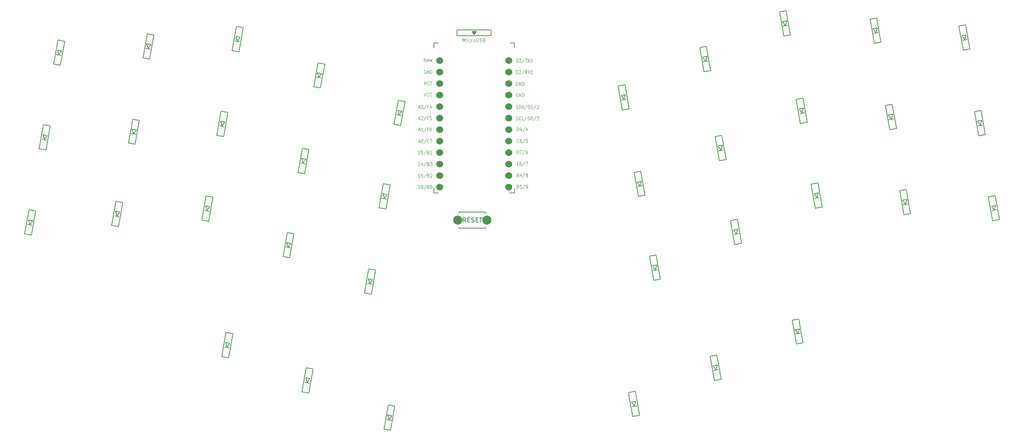
<source format=gbr>
%TF.GenerationSoftware,KiCad,Pcbnew,7.0.2*%
%TF.CreationDate,2023-05-13T02:55:16+09:00*%
%TF.ProjectId,ver1,76657231-2e6b-4696-9361-645f70636258,rev?*%
%TF.SameCoordinates,Original*%
%TF.FileFunction,Legend,Top*%
%TF.FilePolarity,Positive*%
%FSLAX46Y46*%
G04 Gerber Fmt 4.6, Leading zero omitted, Abs format (unit mm)*
G04 Created by KiCad (PCBNEW 7.0.2) date 2023-05-13 02:55:16*
%MOMM*%
%LPD*%
G01*
G04 APERTURE LIST*
%ADD10C,0.150000*%
%ADD11C,0.125000*%
%ADD12C,0.120000*%
%ADD13C,2.000000*%
%ADD14C,1.524000*%
G04 APERTURE END LIST*
D10*
%TO.C,SW37*%
X136647618Y-95662619D02*
X136314285Y-95186428D01*
X136076190Y-95662619D02*
X136076190Y-94662619D01*
X136076190Y-94662619D02*
X136457142Y-94662619D01*
X136457142Y-94662619D02*
X136552380Y-94710238D01*
X136552380Y-94710238D02*
X136599999Y-94757857D01*
X136599999Y-94757857D02*
X136647618Y-94853095D01*
X136647618Y-94853095D02*
X136647618Y-94995952D01*
X136647618Y-94995952D02*
X136599999Y-95091190D01*
X136599999Y-95091190D02*
X136552380Y-95138809D01*
X136552380Y-95138809D02*
X136457142Y-95186428D01*
X136457142Y-95186428D02*
X136076190Y-95186428D01*
X137076190Y-95138809D02*
X137409523Y-95138809D01*
X137552380Y-95662619D02*
X137076190Y-95662619D01*
X137076190Y-95662619D02*
X137076190Y-94662619D01*
X137076190Y-94662619D02*
X137552380Y-94662619D01*
X137933333Y-95615000D02*
X138076190Y-95662619D01*
X138076190Y-95662619D02*
X138314285Y-95662619D01*
X138314285Y-95662619D02*
X138409523Y-95615000D01*
X138409523Y-95615000D02*
X138457142Y-95567380D01*
X138457142Y-95567380D02*
X138504761Y-95472142D01*
X138504761Y-95472142D02*
X138504761Y-95376904D01*
X138504761Y-95376904D02*
X138457142Y-95281666D01*
X138457142Y-95281666D02*
X138409523Y-95234047D01*
X138409523Y-95234047D02*
X138314285Y-95186428D01*
X138314285Y-95186428D02*
X138123809Y-95138809D01*
X138123809Y-95138809D02*
X138028571Y-95091190D01*
X138028571Y-95091190D02*
X137980952Y-95043571D01*
X137980952Y-95043571D02*
X137933333Y-94948333D01*
X137933333Y-94948333D02*
X137933333Y-94853095D01*
X137933333Y-94853095D02*
X137980952Y-94757857D01*
X137980952Y-94757857D02*
X138028571Y-94710238D01*
X138028571Y-94710238D02*
X138123809Y-94662619D01*
X138123809Y-94662619D02*
X138361904Y-94662619D01*
X138361904Y-94662619D02*
X138504761Y-94710238D01*
X138933333Y-95138809D02*
X139266666Y-95138809D01*
X139409523Y-95662619D02*
X138933333Y-95662619D01*
X138933333Y-95662619D02*
X138933333Y-94662619D01*
X138933333Y-94662619D02*
X139409523Y-94662619D01*
X139695238Y-94662619D02*
X140266666Y-94662619D01*
X139980952Y-95662619D02*
X139980952Y-94662619D01*
D11*
%TO.C,U1*%
X126219286Y-77857678D02*
X126538333Y-77857678D01*
X126155476Y-78071964D02*
X126378809Y-77321964D01*
X126378809Y-77321964D02*
X126602143Y-78071964D01*
X126953095Y-77321964D02*
X127016905Y-77321964D01*
X127016905Y-77321964D02*
X127080714Y-77357678D01*
X127080714Y-77357678D02*
X127112619Y-77393392D01*
X127112619Y-77393392D02*
X127144524Y-77464821D01*
X127144524Y-77464821D02*
X127176429Y-77607678D01*
X127176429Y-77607678D02*
X127176429Y-77786250D01*
X127176429Y-77786250D02*
X127144524Y-77929107D01*
X127144524Y-77929107D02*
X127112619Y-78000535D01*
X127112619Y-78000535D02*
X127080714Y-78036250D01*
X127080714Y-78036250D02*
X127016905Y-78071964D01*
X127016905Y-78071964D02*
X126953095Y-78071964D01*
X126953095Y-78071964D02*
X126889286Y-78036250D01*
X126889286Y-78036250D02*
X126857381Y-78000535D01*
X126857381Y-78000535D02*
X126825476Y-77929107D01*
X126825476Y-77929107D02*
X126793572Y-77786250D01*
X126793572Y-77786250D02*
X126793572Y-77607678D01*
X126793572Y-77607678D02*
X126825476Y-77464821D01*
X126825476Y-77464821D02*
X126857381Y-77393392D01*
X126857381Y-77393392D02*
X126889286Y-77357678D01*
X126889286Y-77357678D02*
X126953095Y-77321964D01*
X127942143Y-77286250D02*
X127367857Y-78250535D01*
X128388810Y-77679107D02*
X128165476Y-77679107D01*
X128165476Y-78071964D02*
X128165476Y-77321964D01*
X128165476Y-77321964D02*
X128484524Y-77321964D01*
X128675953Y-77321964D02*
X129122619Y-77321964D01*
X129122619Y-77321964D02*
X128835477Y-78071964D01*
X147766429Y-70536250D02*
X147862143Y-70571964D01*
X147862143Y-70571964D02*
X148021667Y-70571964D01*
X148021667Y-70571964D02*
X148085476Y-70536250D01*
X148085476Y-70536250D02*
X148117381Y-70500535D01*
X148117381Y-70500535D02*
X148149286Y-70429107D01*
X148149286Y-70429107D02*
X148149286Y-70357678D01*
X148149286Y-70357678D02*
X148117381Y-70286250D01*
X148117381Y-70286250D02*
X148085476Y-70250535D01*
X148085476Y-70250535D02*
X148021667Y-70214821D01*
X148021667Y-70214821D02*
X147894048Y-70179107D01*
X147894048Y-70179107D02*
X147830238Y-70143392D01*
X147830238Y-70143392D02*
X147798333Y-70107678D01*
X147798333Y-70107678D02*
X147766429Y-70036250D01*
X147766429Y-70036250D02*
X147766429Y-69964821D01*
X147766429Y-69964821D02*
X147798333Y-69893392D01*
X147798333Y-69893392D02*
X147830238Y-69857678D01*
X147830238Y-69857678D02*
X147894048Y-69821964D01*
X147894048Y-69821964D02*
X148053571Y-69821964D01*
X148053571Y-69821964D02*
X148149286Y-69857678D01*
X148436428Y-70571964D02*
X148436428Y-69821964D01*
X148436428Y-69821964D02*
X148595952Y-69821964D01*
X148595952Y-69821964D02*
X148691666Y-69857678D01*
X148691666Y-69857678D02*
X148755476Y-69929107D01*
X148755476Y-69929107D02*
X148787381Y-70000535D01*
X148787381Y-70000535D02*
X148819285Y-70143392D01*
X148819285Y-70143392D02*
X148819285Y-70250535D01*
X148819285Y-70250535D02*
X148787381Y-70393392D01*
X148787381Y-70393392D02*
X148755476Y-70464821D01*
X148755476Y-70464821D02*
X148691666Y-70536250D01*
X148691666Y-70536250D02*
X148595952Y-70571964D01*
X148595952Y-70571964D02*
X148436428Y-70571964D01*
X149074524Y-70357678D02*
X149393571Y-70357678D01*
X149010714Y-70571964D02*
X149234047Y-69821964D01*
X149234047Y-69821964D02*
X149457381Y-70571964D01*
X150159286Y-69786250D02*
X149585000Y-70750535D01*
X150382619Y-70571964D02*
X150382619Y-69821964D01*
X150382619Y-69821964D02*
X150542143Y-69821964D01*
X150542143Y-69821964D02*
X150637857Y-69857678D01*
X150637857Y-69857678D02*
X150701667Y-69929107D01*
X150701667Y-69929107D02*
X150733572Y-70000535D01*
X150733572Y-70000535D02*
X150765476Y-70143392D01*
X150765476Y-70143392D02*
X150765476Y-70250535D01*
X150765476Y-70250535D02*
X150733572Y-70393392D01*
X150733572Y-70393392D02*
X150701667Y-70464821D01*
X150701667Y-70464821D02*
X150637857Y-70536250D01*
X150637857Y-70536250D02*
X150542143Y-70571964D01*
X150542143Y-70571964D02*
X150382619Y-70571964D01*
X151403572Y-70571964D02*
X151020715Y-70571964D01*
X151212143Y-70571964D02*
X151212143Y-69821964D01*
X151212143Y-69821964D02*
X151148334Y-69929107D01*
X151148334Y-69929107D02*
X151084524Y-70000535D01*
X151084524Y-70000535D02*
X151020715Y-70036250D01*
X152169286Y-69786250D02*
X151595000Y-70750535D01*
X152360715Y-69893392D02*
X152392619Y-69857678D01*
X152392619Y-69857678D02*
X152456429Y-69821964D01*
X152456429Y-69821964D02*
X152615953Y-69821964D01*
X152615953Y-69821964D02*
X152679762Y-69857678D01*
X152679762Y-69857678D02*
X152711667Y-69893392D01*
X152711667Y-69893392D02*
X152743572Y-69964821D01*
X152743572Y-69964821D02*
X152743572Y-70036250D01*
X152743572Y-70036250D02*
X152711667Y-70143392D01*
X152711667Y-70143392D02*
X152328810Y-70571964D01*
X152328810Y-70571964D02*
X152743572Y-70571964D01*
X126522381Y-85721964D02*
X126139524Y-85721964D01*
X126330952Y-85721964D02*
X126330952Y-84971964D01*
X126330952Y-84971964D02*
X126267143Y-85079107D01*
X126267143Y-85079107D02*
X126203333Y-85150535D01*
X126203333Y-85150535D02*
X126139524Y-85186250D01*
X127096666Y-84971964D02*
X126969047Y-84971964D01*
X126969047Y-84971964D02*
X126905238Y-85007678D01*
X126905238Y-85007678D02*
X126873333Y-85043392D01*
X126873333Y-85043392D02*
X126809523Y-85150535D01*
X126809523Y-85150535D02*
X126777619Y-85293392D01*
X126777619Y-85293392D02*
X126777619Y-85579107D01*
X126777619Y-85579107D02*
X126809523Y-85650535D01*
X126809523Y-85650535D02*
X126841428Y-85686250D01*
X126841428Y-85686250D02*
X126905238Y-85721964D01*
X126905238Y-85721964D02*
X127032857Y-85721964D01*
X127032857Y-85721964D02*
X127096666Y-85686250D01*
X127096666Y-85686250D02*
X127128571Y-85650535D01*
X127128571Y-85650535D02*
X127160476Y-85579107D01*
X127160476Y-85579107D02*
X127160476Y-85400535D01*
X127160476Y-85400535D02*
X127128571Y-85329107D01*
X127128571Y-85329107D02*
X127096666Y-85293392D01*
X127096666Y-85293392D02*
X127032857Y-85257678D01*
X127032857Y-85257678D02*
X126905238Y-85257678D01*
X126905238Y-85257678D02*
X126841428Y-85293392D01*
X126841428Y-85293392D02*
X126809523Y-85329107D01*
X126809523Y-85329107D02*
X126777619Y-85400535D01*
X127926190Y-84936250D02*
X127351904Y-85900535D01*
X128372857Y-85329107D02*
X128468571Y-85364821D01*
X128468571Y-85364821D02*
X128500476Y-85400535D01*
X128500476Y-85400535D02*
X128532380Y-85471964D01*
X128532380Y-85471964D02*
X128532380Y-85579107D01*
X128532380Y-85579107D02*
X128500476Y-85650535D01*
X128500476Y-85650535D02*
X128468571Y-85686250D01*
X128468571Y-85686250D02*
X128404761Y-85721964D01*
X128404761Y-85721964D02*
X128149523Y-85721964D01*
X128149523Y-85721964D02*
X128149523Y-84971964D01*
X128149523Y-84971964D02*
X128372857Y-84971964D01*
X128372857Y-84971964D02*
X128436666Y-85007678D01*
X128436666Y-85007678D02*
X128468571Y-85043392D01*
X128468571Y-85043392D02*
X128500476Y-85114821D01*
X128500476Y-85114821D02*
X128500476Y-85186250D01*
X128500476Y-85186250D02*
X128468571Y-85257678D01*
X128468571Y-85257678D02*
X128436666Y-85293392D01*
X128436666Y-85293392D02*
X128372857Y-85329107D01*
X128372857Y-85329107D02*
X128149523Y-85329107D01*
X128787619Y-85043392D02*
X128819523Y-85007678D01*
X128819523Y-85007678D02*
X128883333Y-84971964D01*
X128883333Y-84971964D02*
X129042857Y-84971964D01*
X129042857Y-84971964D02*
X129106666Y-85007678D01*
X129106666Y-85007678D02*
X129138571Y-85043392D01*
X129138571Y-85043392D02*
X129170476Y-85114821D01*
X129170476Y-85114821D02*
X129170476Y-85186250D01*
X129170476Y-85186250D02*
X129138571Y-85293392D01*
X129138571Y-85293392D02*
X128755714Y-85721964D01*
X128755714Y-85721964D02*
X129170476Y-85721964D01*
X126522381Y-80621964D02*
X126139524Y-80621964D01*
X126330952Y-80621964D02*
X126330952Y-79871964D01*
X126330952Y-79871964D02*
X126267143Y-79979107D01*
X126267143Y-79979107D02*
X126203333Y-80050535D01*
X126203333Y-80050535D02*
X126139524Y-80086250D01*
X127128571Y-79871964D02*
X126809523Y-79871964D01*
X126809523Y-79871964D02*
X126777619Y-80229107D01*
X126777619Y-80229107D02*
X126809523Y-80193392D01*
X126809523Y-80193392D02*
X126873333Y-80157678D01*
X126873333Y-80157678D02*
X127032857Y-80157678D01*
X127032857Y-80157678D02*
X127096666Y-80193392D01*
X127096666Y-80193392D02*
X127128571Y-80229107D01*
X127128571Y-80229107D02*
X127160476Y-80300535D01*
X127160476Y-80300535D02*
X127160476Y-80479107D01*
X127160476Y-80479107D02*
X127128571Y-80550535D01*
X127128571Y-80550535D02*
X127096666Y-80586250D01*
X127096666Y-80586250D02*
X127032857Y-80621964D01*
X127032857Y-80621964D02*
X126873333Y-80621964D01*
X126873333Y-80621964D02*
X126809523Y-80586250D01*
X126809523Y-80586250D02*
X126777619Y-80550535D01*
X127926190Y-79836250D02*
X127351904Y-80800535D01*
X128372857Y-80229107D02*
X128468571Y-80264821D01*
X128468571Y-80264821D02*
X128500476Y-80300535D01*
X128500476Y-80300535D02*
X128532380Y-80371964D01*
X128532380Y-80371964D02*
X128532380Y-80479107D01*
X128532380Y-80479107D02*
X128500476Y-80550535D01*
X128500476Y-80550535D02*
X128468571Y-80586250D01*
X128468571Y-80586250D02*
X128404761Y-80621964D01*
X128404761Y-80621964D02*
X128149523Y-80621964D01*
X128149523Y-80621964D02*
X128149523Y-79871964D01*
X128149523Y-79871964D02*
X128372857Y-79871964D01*
X128372857Y-79871964D02*
X128436666Y-79907678D01*
X128436666Y-79907678D02*
X128468571Y-79943392D01*
X128468571Y-79943392D02*
X128500476Y-80014821D01*
X128500476Y-80014821D02*
X128500476Y-80086250D01*
X128500476Y-80086250D02*
X128468571Y-80157678D01*
X128468571Y-80157678D02*
X128436666Y-80193392D01*
X128436666Y-80193392D02*
X128372857Y-80229107D01*
X128372857Y-80229107D02*
X128149523Y-80229107D01*
X129170476Y-80621964D02*
X128787619Y-80621964D01*
X128979047Y-80621964D02*
X128979047Y-79871964D01*
X128979047Y-79871964D02*
X128915238Y-79979107D01*
X128915238Y-79979107D02*
X128851428Y-80050535D01*
X128851428Y-80050535D02*
X128787619Y-80086250D01*
X147940476Y-80571964D02*
X147940476Y-79821964D01*
X147940476Y-79821964D02*
X148100000Y-79821964D01*
X148100000Y-79821964D02*
X148195714Y-79857678D01*
X148195714Y-79857678D02*
X148259524Y-79929107D01*
X148259524Y-79929107D02*
X148291429Y-80000535D01*
X148291429Y-80000535D02*
X148323333Y-80143392D01*
X148323333Y-80143392D02*
X148323333Y-80250535D01*
X148323333Y-80250535D02*
X148291429Y-80393392D01*
X148291429Y-80393392D02*
X148259524Y-80464821D01*
X148259524Y-80464821D02*
X148195714Y-80536250D01*
X148195714Y-80536250D02*
X148100000Y-80571964D01*
X148100000Y-80571964D02*
X147940476Y-80571964D01*
X148546667Y-79821964D02*
X148993333Y-79821964D01*
X148993333Y-79821964D02*
X148706191Y-80571964D01*
X149727143Y-79786250D02*
X149152857Y-80750535D01*
X150237619Y-79821964D02*
X150110000Y-79821964D01*
X150110000Y-79821964D02*
X150046191Y-79857678D01*
X150046191Y-79857678D02*
X150014286Y-79893392D01*
X150014286Y-79893392D02*
X149950476Y-80000535D01*
X149950476Y-80000535D02*
X149918572Y-80143392D01*
X149918572Y-80143392D02*
X149918572Y-80429107D01*
X149918572Y-80429107D02*
X149950476Y-80500535D01*
X149950476Y-80500535D02*
X149982381Y-80536250D01*
X149982381Y-80536250D02*
X150046191Y-80571964D01*
X150046191Y-80571964D02*
X150173810Y-80571964D01*
X150173810Y-80571964D02*
X150237619Y-80536250D01*
X150237619Y-80536250D02*
X150269524Y-80500535D01*
X150269524Y-80500535D02*
X150301429Y-80429107D01*
X150301429Y-80429107D02*
X150301429Y-80250535D01*
X150301429Y-80250535D02*
X150269524Y-80179107D01*
X150269524Y-80179107D02*
X150237619Y-80143392D01*
X150237619Y-80143392D02*
X150173810Y-80107678D01*
X150173810Y-80107678D02*
X150046191Y-80107678D01*
X150046191Y-80107678D02*
X149982381Y-80143392D01*
X149982381Y-80143392D02*
X149950476Y-80179107D01*
X149950476Y-80179107D02*
X149918572Y-80250535D01*
X147972381Y-82729107D02*
X148195715Y-82729107D01*
X148291429Y-83121964D02*
X147972381Y-83121964D01*
X147972381Y-83121964D02*
X147972381Y-82371964D01*
X147972381Y-82371964D02*
X148291429Y-82371964D01*
X148865714Y-82371964D02*
X148738095Y-82371964D01*
X148738095Y-82371964D02*
X148674286Y-82407678D01*
X148674286Y-82407678D02*
X148642381Y-82443392D01*
X148642381Y-82443392D02*
X148578571Y-82550535D01*
X148578571Y-82550535D02*
X148546667Y-82693392D01*
X148546667Y-82693392D02*
X148546667Y-82979107D01*
X148546667Y-82979107D02*
X148578571Y-83050535D01*
X148578571Y-83050535D02*
X148610476Y-83086250D01*
X148610476Y-83086250D02*
X148674286Y-83121964D01*
X148674286Y-83121964D02*
X148801905Y-83121964D01*
X148801905Y-83121964D02*
X148865714Y-83086250D01*
X148865714Y-83086250D02*
X148897619Y-83050535D01*
X148897619Y-83050535D02*
X148929524Y-82979107D01*
X148929524Y-82979107D02*
X148929524Y-82800535D01*
X148929524Y-82800535D02*
X148897619Y-82729107D01*
X148897619Y-82729107D02*
X148865714Y-82693392D01*
X148865714Y-82693392D02*
X148801905Y-82657678D01*
X148801905Y-82657678D02*
X148674286Y-82657678D01*
X148674286Y-82657678D02*
X148610476Y-82693392D01*
X148610476Y-82693392D02*
X148578571Y-82729107D01*
X148578571Y-82729107D02*
X148546667Y-82800535D01*
X149695238Y-82336250D02*
X149120952Y-83300535D01*
X149854762Y-82371964D02*
X150301428Y-82371964D01*
X150301428Y-82371964D02*
X150014286Y-83121964D01*
X127842380Y-60271964D02*
X127619047Y-59914821D01*
X127459523Y-60271964D02*
X127459523Y-59521964D01*
X127459523Y-59521964D02*
X127714761Y-59521964D01*
X127714761Y-59521964D02*
X127778571Y-59557678D01*
X127778571Y-59557678D02*
X127810476Y-59593392D01*
X127810476Y-59593392D02*
X127842380Y-59664821D01*
X127842380Y-59664821D02*
X127842380Y-59771964D01*
X127842380Y-59771964D02*
X127810476Y-59843392D01*
X127810476Y-59843392D02*
X127778571Y-59879107D01*
X127778571Y-59879107D02*
X127714761Y-59914821D01*
X127714761Y-59914821D02*
X127459523Y-59914821D01*
X128097619Y-60057678D02*
X128416666Y-60057678D01*
X128033809Y-60271964D02*
X128257142Y-59521964D01*
X128257142Y-59521964D02*
X128480476Y-60271964D01*
X128640000Y-59521964D02*
X128799524Y-60271964D01*
X128799524Y-60271964D02*
X128927143Y-59736250D01*
X128927143Y-59736250D02*
X129054762Y-60271964D01*
X129054762Y-60271964D02*
X129214286Y-59521964D01*
X147736428Y-62871964D02*
X147736428Y-62121964D01*
X147736428Y-62121964D02*
X147895952Y-62121964D01*
X147895952Y-62121964D02*
X147991666Y-62157678D01*
X147991666Y-62157678D02*
X148055476Y-62229107D01*
X148055476Y-62229107D02*
X148087381Y-62300535D01*
X148087381Y-62300535D02*
X148119285Y-62443392D01*
X148119285Y-62443392D02*
X148119285Y-62550535D01*
X148119285Y-62550535D02*
X148087381Y-62693392D01*
X148087381Y-62693392D02*
X148055476Y-62764821D01*
X148055476Y-62764821D02*
X147991666Y-62836250D01*
X147991666Y-62836250D02*
X147895952Y-62871964D01*
X147895952Y-62871964D02*
X147736428Y-62871964D01*
X148374524Y-62193392D02*
X148406428Y-62157678D01*
X148406428Y-62157678D02*
X148470238Y-62121964D01*
X148470238Y-62121964D02*
X148629762Y-62121964D01*
X148629762Y-62121964D02*
X148693571Y-62157678D01*
X148693571Y-62157678D02*
X148725476Y-62193392D01*
X148725476Y-62193392D02*
X148757381Y-62264821D01*
X148757381Y-62264821D02*
X148757381Y-62336250D01*
X148757381Y-62336250D02*
X148725476Y-62443392D01*
X148725476Y-62443392D02*
X148342619Y-62871964D01*
X148342619Y-62871964D02*
X148757381Y-62871964D01*
X149523095Y-62086250D02*
X148948809Y-63050535D01*
X150129285Y-62871964D02*
X149905952Y-62514821D01*
X149746428Y-62871964D02*
X149746428Y-62121964D01*
X149746428Y-62121964D02*
X150001666Y-62121964D01*
X150001666Y-62121964D02*
X150065476Y-62157678D01*
X150065476Y-62157678D02*
X150097381Y-62193392D01*
X150097381Y-62193392D02*
X150129285Y-62264821D01*
X150129285Y-62264821D02*
X150129285Y-62371964D01*
X150129285Y-62371964D02*
X150097381Y-62443392D01*
X150097381Y-62443392D02*
X150065476Y-62479107D01*
X150065476Y-62479107D02*
X150001666Y-62514821D01*
X150001666Y-62514821D02*
X149746428Y-62514821D01*
X150352619Y-62121964D02*
X150799285Y-62871964D01*
X150799285Y-62121964D02*
X150352619Y-62871964D01*
X151405476Y-62871964D02*
X151022619Y-62871964D01*
X151214047Y-62871964D02*
X151214047Y-62121964D01*
X151214047Y-62121964D02*
X151150238Y-62229107D01*
X151150238Y-62229107D02*
X151086428Y-62300535D01*
X151086428Y-62300535D02*
X151022619Y-62336250D01*
X148094524Y-67207678D02*
X148030714Y-67171964D01*
X148030714Y-67171964D02*
X147935000Y-67171964D01*
X147935000Y-67171964D02*
X147839286Y-67207678D01*
X147839286Y-67207678D02*
X147775476Y-67279107D01*
X147775476Y-67279107D02*
X147743571Y-67350535D01*
X147743571Y-67350535D02*
X147711667Y-67493392D01*
X147711667Y-67493392D02*
X147711667Y-67600535D01*
X147711667Y-67600535D02*
X147743571Y-67743392D01*
X147743571Y-67743392D02*
X147775476Y-67814821D01*
X147775476Y-67814821D02*
X147839286Y-67886250D01*
X147839286Y-67886250D02*
X147935000Y-67921964D01*
X147935000Y-67921964D02*
X147998809Y-67921964D01*
X147998809Y-67921964D02*
X148094524Y-67886250D01*
X148094524Y-67886250D02*
X148126428Y-67850535D01*
X148126428Y-67850535D02*
X148126428Y-67600535D01*
X148126428Y-67600535D02*
X147998809Y-67600535D01*
X148413571Y-67921964D02*
X148413571Y-67171964D01*
X148413571Y-67171964D02*
X148796428Y-67921964D01*
X148796428Y-67921964D02*
X148796428Y-67171964D01*
X149115476Y-67921964D02*
X149115476Y-67171964D01*
X149115476Y-67171964D02*
X149275000Y-67171964D01*
X149275000Y-67171964D02*
X149370714Y-67207678D01*
X149370714Y-67207678D02*
X149434524Y-67279107D01*
X149434524Y-67279107D02*
X149466429Y-67350535D01*
X149466429Y-67350535D02*
X149498333Y-67493392D01*
X149498333Y-67493392D02*
X149498333Y-67600535D01*
X149498333Y-67600535D02*
X149466429Y-67743392D01*
X149466429Y-67743392D02*
X149434524Y-67814821D01*
X149434524Y-67814821D02*
X149370714Y-67886250D01*
X149370714Y-67886250D02*
X149275000Y-67921964D01*
X149275000Y-67921964D02*
X149115476Y-67921964D01*
X147782381Y-73036250D02*
X147878095Y-73071964D01*
X147878095Y-73071964D02*
X148037619Y-73071964D01*
X148037619Y-73071964D02*
X148101428Y-73036250D01*
X148101428Y-73036250D02*
X148133333Y-73000535D01*
X148133333Y-73000535D02*
X148165238Y-72929107D01*
X148165238Y-72929107D02*
X148165238Y-72857678D01*
X148165238Y-72857678D02*
X148133333Y-72786250D01*
X148133333Y-72786250D02*
X148101428Y-72750535D01*
X148101428Y-72750535D02*
X148037619Y-72714821D01*
X148037619Y-72714821D02*
X147910000Y-72679107D01*
X147910000Y-72679107D02*
X147846190Y-72643392D01*
X147846190Y-72643392D02*
X147814285Y-72607678D01*
X147814285Y-72607678D02*
X147782381Y-72536250D01*
X147782381Y-72536250D02*
X147782381Y-72464821D01*
X147782381Y-72464821D02*
X147814285Y-72393392D01*
X147814285Y-72393392D02*
X147846190Y-72357678D01*
X147846190Y-72357678D02*
X147910000Y-72321964D01*
X147910000Y-72321964D02*
X148069523Y-72321964D01*
X148069523Y-72321964D02*
X148165238Y-72357678D01*
X148835237Y-73000535D02*
X148803333Y-73036250D01*
X148803333Y-73036250D02*
X148707618Y-73071964D01*
X148707618Y-73071964D02*
X148643809Y-73071964D01*
X148643809Y-73071964D02*
X148548095Y-73036250D01*
X148548095Y-73036250D02*
X148484285Y-72964821D01*
X148484285Y-72964821D02*
X148452380Y-72893392D01*
X148452380Y-72893392D02*
X148420476Y-72750535D01*
X148420476Y-72750535D02*
X148420476Y-72643392D01*
X148420476Y-72643392D02*
X148452380Y-72500535D01*
X148452380Y-72500535D02*
X148484285Y-72429107D01*
X148484285Y-72429107D02*
X148548095Y-72357678D01*
X148548095Y-72357678D02*
X148643809Y-72321964D01*
X148643809Y-72321964D02*
X148707618Y-72321964D01*
X148707618Y-72321964D02*
X148803333Y-72357678D01*
X148803333Y-72357678D02*
X148835237Y-72393392D01*
X149441428Y-73071964D02*
X149122380Y-73071964D01*
X149122380Y-73071964D02*
X149122380Y-72321964D01*
X150143333Y-72286250D02*
X149569047Y-73250535D01*
X150366666Y-73071964D02*
X150366666Y-72321964D01*
X150366666Y-72321964D02*
X150526190Y-72321964D01*
X150526190Y-72321964D02*
X150621904Y-72357678D01*
X150621904Y-72357678D02*
X150685714Y-72429107D01*
X150685714Y-72429107D02*
X150717619Y-72500535D01*
X150717619Y-72500535D02*
X150749523Y-72643392D01*
X150749523Y-72643392D02*
X150749523Y-72750535D01*
X150749523Y-72750535D02*
X150717619Y-72893392D01*
X150717619Y-72893392D02*
X150685714Y-72964821D01*
X150685714Y-72964821D02*
X150621904Y-73036250D01*
X150621904Y-73036250D02*
X150526190Y-73071964D01*
X150526190Y-73071964D02*
X150366666Y-73071964D01*
X151164285Y-72321964D02*
X151228095Y-72321964D01*
X151228095Y-72321964D02*
X151291904Y-72357678D01*
X151291904Y-72357678D02*
X151323809Y-72393392D01*
X151323809Y-72393392D02*
X151355714Y-72464821D01*
X151355714Y-72464821D02*
X151387619Y-72607678D01*
X151387619Y-72607678D02*
X151387619Y-72786250D01*
X151387619Y-72786250D02*
X151355714Y-72929107D01*
X151355714Y-72929107D02*
X151323809Y-73000535D01*
X151323809Y-73000535D02*
X151291904Y-73036250D01*
X151291904Y-73036250D02*
X151228095Y-73071964D01*
X151228095Y-73071964D02*
X151164285Y-73071964D01*
X151164285Y-73071964D02*
X151100476Y-73036250D01*
X151100476Y-73036250D02*
X151068571Y-73000535D01*
X151068571Y-73000535D02*
X151036666Y-72929107D01*
X151036666Y-72929107D02*
X151004762Y-72786250D01*
X151004762Y-72786250D02*
X151004762Y-72607678D01*
X151004762Y-72607678D02*
X151036666Y-72464821D01*
X151036666Y-72464821D02*
X151068571Y-72393392D01*
X151068571Y-72393392D02*
X151100476Y-72357678D01*
X151100476Y-72357678D02*
X151164285Y-72321964D01*
X152153333Y-72286250D02*
X151579047Y-73250535D01*
X152312857Y-72321964D02*
X152727619Y-72321964D01*
X152727619Y-72321964D02*
X152504285Y-72607678D01*
X152504285Y-72607678D02*
X152600000Y-72607678D01*
X152600000Y-72607678D02*
X152663809Y-72643392D01*
X152663809Y-72643392D02*
X152695714Y-72679107D01*
X152695714Y-72679107D02*
X152727619Y-72750535D01*
X152727619Y-72750535D02*
X152727619Y-72929107D01*
X152727619Y-72929107D02*
X152695714Y-73000535D01*
X152695714Y-73000535D02*
X152663809Y-73036250D01*
X152663809Y-73036250D02*
X152600000Y-73071964D01*
X152600000Y-73071964D02*
X152408571Y-73071964D01*
X152408571Y-73071964D02*
X152344762Y-73036250D01*
X152344762Y-73036250D02*
X152312857Y-73000535D01*
X126522381Y-83171964D02*
X126139524Y-83171964D01*
X126330952Y-83171964D02*
X126330952Y-82421964D01*
X126330952Y-82421964D02*
X126267143Y-82529107D01*
X126267143Y-82529107D02*
X126203333Y-82600535D01*
X126203333Y-82600535D02*
X126139524Y-82636250D01*
X127096666Y-82671964D02*
X127096666Y-83171964D01*
X126937142Y-82386250D02*
X126777619Y-82921964D01*
X126777619Y-82921964D02*
X127192380Y-82921964D01*
X127926190Y-82386250D02*
X127351904Y-83350535D01*
X128372857Y-82779107D02*
X128468571Y-82814821D01*
X128468571Y-82814821D02*
X128500476Y-82850535D01*
X128500476Y-82850535D02*
X128532380Y-82921964D01*
X128532380Y-82921964D02*
X128532380Y-83029107D01*
X128532380Y-83029107D02*
X128500476Y-83100535D01*
X128500476Y-83100535D02*
X128468571Y-83136250D01*
X128468571Y-83136250D02*
X128404761Y-83171964D01*
X128404761Y-83171964D02*
X128149523Y-83171964D01*
X128149523Y-83171964D02*
X128149523Y-82421964D01*
X128149523Y-82421964D02*
X128372857Y-82421964D01*
X128372857Y-82421964D02*
X128436666Y-82457678D01*
X128436666Y-82457678D02*
X128468571Y-82493392D01*
X128468571Y-82493392D02*
X128500476Y-82564821D01*
X128500476Y-82564821D02*
X128500476Y-82636250D01*
X128500476Y-82636250D02*
X128468571Y-82707678D01*
X128468571Y-82707678D02*
X128436666Y-82743392D01*
X128436666Y-82743392D02*
X128372857Y-82779107D01*
X128372857Y-82779107D02*
X128149523Y-82779107D01*
X128755714Y-82421964D02*
X129170476Y-82421964D01*
X129170476Y-82421964D02*
X128947142Y-82707678D01*
X128947142Y-82707678D02*
X129042857Y-82707678D01*
X129042857Y-82707678D02*
X129106666Y-82743392D01*
X129106666Y-82743392D02*
X129138571Y-82779107D01*
X129138571Y-82779107D02*
X129170476Y-82850535D01*
X129170476Y-82850535D02*
X129170476Y-83029107D01*
X129170476Y-83029107D02*
X129138571Y-83100535D01*
X129138571Y-83100535D02*
X129106666Y-83136250D01*
X129106666Y-83136250D02*
X129042857Y-83171964D01*
X129042857Y-83171964D02*
X128851428Y-83171964D01*
X128851428Y-83171964D02*
X128787619Y-83136250D01*
X128787619Y-83136250D02*
X128755714Y-83100535D01*
X127938095Y-65371964D02*
X127714762Y-65014821D01*
X127555238Y-65371964D02*
X127555238Y-64621964D01*
X127555238Y-64621964D02*
X127810476Y-64621964D01*
X127810476Y-64621964D02*
X127874286Y-64657678D01*
X127874286Y-64657678D02*
X127906191Y-64693392D01*
X127906191Y-64693392D02*
X127938095Y-64764821D01*
X127938095Y-64764821D02*
X127938095Y-64871964D01*
X127938095Y-64871964D02*
X127906191Y-64943392D01*
X127906191Y-64943392D02*
X127874286Y-64979107D01*
X127874286Y-64979107D02*
X127810476Y-65014821D01*
X127810476Y-65014821D02*
X127555238Y-65014821D01*
X128193334Y-65336250D02*
X128289048Y-65371964D01*
X128289048Y-65371964D02*
X128448572Y-65371964D01*
X128448572Y-65371964D02*
X128512381Y-65336250D01*
X128512381Y-65336250D02*
X128544286Y-65300535D01*
X128544286Y-65300535D02*
X128576191Y-65229107D01*
X128576191Y-65229107D02*
X128576191Y-65157678D01*
X128576191Y-65157678D02*
X128544286Y-65086250D01*
X128544286Y-65086250D02*
X128512381Y-65050535D01*
X128512381Y-65050535D02*
X128448572Y-65014821D01*
X128448572Y-65014821D02*
X128320953Y-64979107D01*
X128320953Y-64979107D02*
X128257143Y-64943392D01*
X128257143Y-64943392D02*
X128225238Y-64907678D01*
X128225238Y-64907678D02*
X128193334Y-64836250D01*
X128193334Y-64836250D02*
X128193334Y-64764821D01*
X128193334Y-64764821D02*
X128225238Y-64693392D01*
X128225238Y-64693392D02*
X128257143Y-64657678D01*
X128257143Y-64657678D02*
X128320953Y-64621964D01*
X128320953Y-64621964D02*
X128480476Y-64621964D01*
X128480476Y-64621964D02*
X128576191Y-64657678D01*
X128767619Y-64621964D02*
X129150476Y-64621964D01*
X128959048Y-65371964D02*
X128959048Y-64621964D01*
X148163810Y-87779107D02*
X148259524Y-87814821D01*
X148259524Y-87814821D02*
X148291429Y-87850535D01*
X148291429Y-87850535D02*
X148323333Y-87921964D01*
X148323333Y-87921964D02*
X148323333Y-88029107D01*
X148323333Y-88029107D02*
X148291429Y-88100535D01*
X148291429Y-88100535D02*
X148259524Y-88136250D01*
X148259524Y-88136250D02*
X148195714Y-88171964D01*
X148195714Y-88171964D02*
X147940476Y-88171964D01*
X147940476Y-88171964D02*
X147940476Y-87421964D01*
X147940476Y-87421964D02*
X148163810Y-87421964D01*
X148163810Y-87421964D02*
X148227619Y-87457678D01*
X148227619Y-87457678D02*
X148259524Y-87493392D01*
X148259524Y-87493392D02*
X148291429Y-87564821D01*
X148291429Y-87564821D02*
X148291429Y-87636250D01*
X148291429Y-87636250D02*
X148259524Y-87707678D01*
X148259524Y-87707678D02*
X148227619Y-87743392D01*
X148227619Y-87743392D02*
X148163810Y-87779107D01*
X148163810Y-87779107D02*
X147940476Y-87779107D01*
X148929524Y-87421964D02*
X148610476Y-87421964D01*
X148610476Y-87421964D02*
X148578572Y-87779107D01*
X148578572Y-87779107D02*
X148610476Y-87743392D01*
X148610476Y-87743392D02*
X148674286Y-87707678D01*
X148674286Y-87707678D02*
X148833810Y-87707678D01*
X148833810Y-87707678D02*
X148897619Y-87743392D01*
X148897619Y-87743392D02*
X148929524Y-87779107D01*
X148929524Y-87779107D02*
X148961429Y-87850535D01*
X148961429Y-87850535D02*
X148961429Y-88029107D01*
X148961429Y-88029107D02*
X148929524Y-88100535D01*
X148929524Y-88100535D02*
X148897619Y-88136250D01*
X148897619Y-88136250D02*
X148833810Y-88171964D01*
X148833810Y-88171964D02*
X148674286Y-88171964D01*
X148674286Y-88171964D02*
X148610476Y-88136250D01*
X148610476Y-88136250D02*
X148578572Y-88100535D01*
X149727143Y-87386250D02*
X149152857Y-88350535D01*
X149982381Y-88171964D02*
X150110000Y-88171964D01*
X150110000Y-88171964D02*
X150173810Y-88136250D01*
X150173810Y-88136250D02*
X150205714Y-88100535D01*
X150205714Y-88100535D02*
X150269524Y-87993392D01*
X150269524Y-87993392D02*
X150301429Y-87850535D01*
X150301429Y-87850535D02*
X150301429Y-87564821D01*
X150301429Y-87564821D02*
X150269524Y-87493392D01*
X150269524Y-87493392D02*
X150237619Y-87457678D01*
X150237619Y-87457678D02*
X150173810Y-87421964D01*
X150173810Y-87421964D02*
X150046191Y-87421964D01*
X150046191Y-87421964D02*
X149982381Y-87457678D01*
X149982381Y-87457678D02*
X149950476Y-87493392D01*
X149950476Y-87493392D02*
X149918572Y-87564821D01*
X149918572Y-87564821D02*
X149918572Y-87743392D01*
X149918572Y-87743392D02*
X149950476Y-87814821D01*
X149950476Y-87814821D02*
X149982381Y-87850535D01*
X149982381Y-87850535D02*
X150046191Y-87886250D01*
X150046191Y-87886250D02*
X150173810Y-87886250D01*
X150173810Y-87886250D02*
X150237619Y-87850535D01*
X150237619Y-87850535D02*
X150269524Y-87814821D01*
X150269524Y-87814821D02*
X150301429Y-87743392D01*
D12*
X136003571Y-55821964D02*
X136003571Y-55071964D01*
X136003571Y-55071964D02*
X136253571Y-55607678D01*
X136253571Y-55607678D02*
X136503571Y-55071964D01*
X136503571Y-55071964D02*
X136503571Y-55821964D01*
X136860714Y-55821964D02*
X136860714Y-55321964D01*
X136860714Y-55071964D02*
X136825000Y-55107678D01*
X136825000Y-55107678D02*
X136860714Y-55143392D01*
X136860714Y-55143392D02*
X136896428Y-55107678D01*
X136896428Y-55107678D02*
X136860714Y-55071964D01*
X136860714Y-55071964D02*
X136860714Y-55143392D01*
X137539286Y-55786250D02*
X137467857Y-55821964D01*
X137467857Y-55821964D02*
X137325000Y-55821964D01*
X137325000Y-55821964D02*
X137253571Y-55786250D01*
X137253571Y-55786250D02*
X137217857Y-55750535D01*
X137217857Y-55750535D02*
X137182143Y-55679107D01*
X137182143Y-55679107D02*
X137182143Y-55464821D01*
X137182143Y-55464821D02*
X137217857Y-55393392D01*
X137217857Y-55393392D02*
X137253571Y-55357678D01*
X137253571Y-55357678D02*
X137325000Y-55321964D01*
X137325000Y-55321964D02*
X137467857Y-55321964D01*
X137467857Y-55321964D02*
X137539286Y-55357678D01*
X137860714Y-55821964D02*
X137860714Y-55321964D01*
X137860714Y-55464821D02*
X137896428Y-55393392D01*
X137896428Y-55393392D02*
X137932143Y-55357678D01*
X137932143Y-55357678D02*
X138003571Y-55321964D01*
X138003571Y-55321964D02*
X138075000Y-55321964D01*
X138432143Y-55821964D02*
X138360714Y-55786250D01*
X138360714Y-55786250D02*
X138325000Y-55750535D01*
X138325000Y-55750535D02*
X138289286Y-55679107D01*
X138289286Y-55679107D02*
X138289286Y-55464821D01*
X138289286Y-55464821D02*
X138325000Y-55393392D01*
X138325000Y-55393392D02*
X138360714Y-55357678D01*
X138360714Y-55357678D02*
X138432143Y-55321964D01*
X138432143Y-55321964D02*
X138539286Y-55321964D01*
X138539286Y-55321964D02*
X138610714Y-55357678D01*
X138610714Y-55357678D02*
X138646429Y-55393392D01*
X138646429Y-55393392D02*
X138682143Y-55464821D01*
X138682143Y-55464821D02*
X138682143Y-55679107D01*
X138682143Y-55679107D02*
X138646429Y-55750535D01*
X138646429Y-55750535D02*
X138610714Y-55786250D01*
X138610714Y-55786250D02*
X138539286Y-55821964D01*
X138539286Y-55821964D02*
X138432143Y-55821964D01*
X139003571Y-55071964D02*
X139003571Y-55679107D01*
X139003571Y-55679107D02*
X139039285Y-55750535D01*
X139039285Y-55750535D02*
X139075000Y-55786250D01*
X139075000Y-55786250D02*
X139146428Y-55821964D01*
X139146428Y-55821964D02*
X139289285Y-55821964D01*
X139289285Y-55821964D02*
X139360714Y-55786250D01*
X139360714Y-55786250D02*
X139396428Y-55750535D01*
X139396428Y-55750535D02*
X139432142Y-55679107D01*
X139432142Y-55679107D02*
X139432142Y-55071964D01*
X139753571Y-55786250D02*
X139860714Y-55821964D01*
X139860714Y-55821964D02*
X140039285Y-55821964D01*
X140039285Y-55821964D02*
X140110714Y-55786250D01*
X140110714Y-55786250D02*
X140146428Y-55750535D01*
X140146428Y-55750535D02*
X140182142Y-55679107D01*
X140182142Y-55679107D02*
X140182142Y-55607678D01*
X140182142Y-55607678D02*
X140146428Y-55536250D01*
X140146428Y-55536250D02*
X140110714Y-55500535D01*
X140110714Y-55500535D02*
X140039285Y-55464821D01*
X140039285Y-55464821D02*
X139896428Y-55429107D01*
X139896428Y-55429107D02*
X139824999Y-55393392D01*
X139824999Y-55393392D02*
X139789285Y-55357678D01*
X139789285Y-55357678D02*
X139753571Y-55286250D01*
X139753571Y-55286250D02*
X139753571Y-55214821D01*
X139753571Y-55214821D02*
X139789285Y-55143392D01*
X139789285Y-55143392D02*
X139824999Y-55107678D01*
X139824999Y-55107678D02*
X139896428Y-55071964D01*
X139896428Y-55071964D02*
X140074999Y-55071964D01*
X140074999Y-55071964D02*
X140182142Y-55107678D01*
X140753571Y-55429107D02*
X140860714Y-55464821D01*
X140860714Y-55464821D02*
X140896428Y-55500535D01*
X140896428Y-55500535D02*
X140932142Y-55571964D01*
X140932142Y-55571964D02*
X140932142Y-55679107D01*
X140932142Y-55679107D02*
X140896428Y-55750535D01*
X140896428Y-55750535D02*
X140860714Y-55786250D01*
X140860714Y-55786250D02*
X140789285Y-55821964D01*
X140789285Y-55821964D02*
X140503571Y-55821964D01*
X140503571Y-55821964D02*
X140503571Y-55071964D01*
X140503571Y-55071964D02*
X140753571Y-55071964D01*
X140753571Y-55071964D02*
X140825000Y-55107678D01*
X140825000Y-55107678D02*
X140860714Y-55143392D01*
X140860714Y-55143392D02*
X140896428Y-55214821D01*
X140896428Y-55214821D02*
X140896428Y-55286250D01*
X140896428Y-55286250D02*
X140860714Y-55357678D01*
X140860714Y-55357678D02*
X140825000Y-55393392D01*
X140825000Y-55393392D02*
X140753571Y-55429107D01*
X140753571Y-55429107D02*
X140503571Y-55429107D01*
D11*
X148094524Y-64757678D02*
X148030714Y-64721964D01*
X148030714Y-64721964D02*
X147935000Y-64721964D01*
X147935000Y-64721964D02*
X147839286Y-64757678D01*
X147839286Y-64757678D02*
X147775476Y-64829107D01*
X147775476Y-64829107D02*
X147743571Y-64900535D01*
X147743571Y-64900535D02*
X147711667Y-65043392D01*
X147711667Y-65043392D02*
X147711667Y-65150535D01*
X147711667Y-65150535D02*
X147743571Y-65293392D01*
X147743571Y-65293392D02*
X147775476Y-65364821D01*
X147775476Y-65364821D02*
X147839286Y-65436250D01*
X147839286Y-65436250D02*
X147935000Y-65471964D01*
X147935000Y-65471964D02*
X147998809Y-65471964D01*
X147998809Y-65471964D02*
X148094524Y-65436250D01*
X148094524Y-65436250D02*
X148126428Y-65400535D01*
X148126428Y-65400535D02*
X148126428Y-65150535D01*
X148126428Y-65150535D02*
X147998809Y-65150535D01*
X148413571Y-65471964D02*
X148413571Y-64721964D01*
X148413571Y-64721964D02*
X148796428Y-65471964D01*
X148796428Y-65471964D02*
X148796428Y-64721964D01*
X149115476Y-65471964D02*
X149115476Y-64721964D01*
X149115476Y-64721964D02*
X149275000Y-64721964D01*
X149275000Y-64721964D02*
X149370714Y-64757678D01*
X149370714Y-64757678D02*
X149434524Y-64829107D01*
X149434524Y-64829107D02*
X149466429Y-64900535D01*
X149466429Y-64900535D02*
X149498333Y-65043392D01*
X149498333Y-65043392D02*
X149498333Y-65150535D01*
X149498333Y-65150535D02*
X149466429Y-65293392D01*
X149466429Y-65293392D02*
X149434524Y-65364821D01*
X149434524Y-65364821D02*
X149370714Y-65436250D01*
X149370714Y-65436250D02*
X149275000Y-65471964D01*
X149275000Y-65471964D02*
X149115476Y-65471964D01*
X126522381Y-88221964D02*
X126139524Y-88221964D01*
X126330952Y-88221964D02*
X126330952Y-87471964D01*
X126330952Y-87471964D02*
X126267143Y-87579107D01*
X126267143Y-87579107D02*
X126203333Y-87650535D01*
X126203333Y-87650535D02*
X126139524Y-87686250D01*
X126937142Y-87471964D02*
X127000952Y-87471964D01*
X127000952Y-87471964D02*
X127064761Y-87507678D01*
X127064761Y-87507678D02*
X127096666Y-87543392D01*
X127096666Y-87543392D02*
X127128571Y-87614821D01*
X127128571Y-87614821D02*
X127160476Y-87757678D01*
X127160476Y-87757678D02*
X127160476Y-87936250D01*
X127160476Y-87936250D02*
X127128571Y-88079107D01*
X127128571Y-88079107D02*
X127096666Y-88150535D01*
X127096666Y-88150535D02*
X127064761Y-88186250D01*
X127064761Y-88186250D02*
X127000952Y-88221964D01*
X127000952Y-88221964D02*
X126937142Y-88221964D01*
X126937142Y-88221964D02*
X126873333Y-88186250D01*
X126873333Y-88186250D02*
X126841428Y-88150535D01*
X126841428Y-88150535D02*
X126809523Y-88079107D01*
X126809523Y-88079107D02*
X126777619Y-87936250D01*
X126777619Y-87936250D02*
X126777619Y-87757678D01*
X126777619Y-87757678D02*
X126809523Y-87614821D01*
X126809523Y-87614821D02*
X126841428Y-87543392D01*
X126841428Y-87543392D02*
X126873333Y-87507678D01*
X126873333Y-87507678D02*
X126937142Y-87471964D01*
X127926190Y-87436250D02*
X127351904Y-88400535D01*
X128372857Y-87829107D02*
X128468571Y-87864821D01*
X128468571Y-87864821D02*
X128500476Y-87900535D01*
X128500476Y-87900535D02*
X128532380Y-87971964D01*
X128532380Y-87971964D02*
X128532380Y-88079107D01*
X128532380Y-88079107D02*
X128500476Y-88150535D01*
X128500476Y-88150535D02*
X128468571Y-88186250D01*
X128468571Y-88186250D02*
X128404761Y-88221964D01*
X128404761Y-88221964D02*
X128149523Y-88221964D01*
X128149523Y-88221964D02*
X128149523Y-87471964D01*
X128149523Y-87471964D02*
X128372857Y-87471964D01*
X128372857Y-87471964D02*
X128436666Y-87507678D01*
X128436666Y-87507678D02*
X128468571Y-87543392D01*
X128468571Y-87543392D02*
X128500476Y-87614821D01*
X128500476Y-87614821D02*
X128500476Y-87686250D01*
X128500476Y-87686250D02*
X128468571Y-87757678D01*
X128468571Y-87757678D02*
X128436666Y-87793392D01*
X128436666Y-87793392D02*
X128372857Y-87829107D01*
X128372857Y-87829107D02*
X128149523Y-87829107D01*
X129106666Y-87471964D02*
X128979047Y-87471964D01*
X128979047Y-87471964D02*
X128915238Y-87507678D01*
X128915238Y-87507678D02*
X128883333Y-87543392D01*
X128883333Y-87543392D02*
X128819523Y-87650535D01*
X128819523Y-87650535D02*
X128787619Y-87793392D01*
X128787619Y-87793392D02*
X128787619Y-88079107D01*
X128787619Y-88079107D02*
X128819523Y-88150535D01*
X128819523Y-88150535D02*
X128851428Y-88186250D01*
X128851428Y-88186250D02*
X128915238Y-88221964D01*
X128915238Y-88221964D02*
X129042857Y-88221964D01*
X129042857Y-88221964D02*
X129106666Y-88186250D01*
X129106666Y-88186250D02*
X129138571Y-88150535D01*
X129138571Y-88150535D02*
X129170476Y-88079107D01*
X129170476Y-88079107D02*
X129170476Y-87900535D01*
X129170476Y-87900535D02*
X129138571Y-87829107D01*
X129138571Y-87829107D02*
X129106666Y-87793392D01*
X129106666Y-87793392D02*
X129042857Y-87757678D01*
X129042857Y-87757678D02*
X128915238Y-87757678D01*
X128915238Y-87757678D02*
X128851428Y-87793392D01*
X128851428Y-87793392D02*
X128819523Y-87829107D01*
X128819523Y-87829107D02*
X128787619Y-87900535D01*
X148163810Y-85279107D02*
X148259524Y-85314821D01*
X148259524Y-85314821D02*
X148291429Y-85350535D01*
X148291429Y-85350535D02*
X148323333Y-85421964D01*
X148323333Y-85421964D02*
X148323333Y-85529107D01*
X148323333Y-85529107D02*
X148291429Y-85600535D01*
X148291429Y-85600535D02*
X148259524Y-85636250D01*
X148259524Y-85636250D02*
X148195714Y-85671964D01*
X148195714Y-85671964D02*
X147940476Y-85671964D01*
X147940476Y-85671964D02*
X147940476Y-84921964D01*
X147940476Y-84921964D02*
X148163810Y-84921964D01*
X148163810Y-84921964D02*
X148227619Y-84957678D01*
X148227619Y-84957678D02*
X148259524Y-84993392D01*
X148259524Y-84993392D02*
X148291429Y-85064821D01*
X148291429Y-85064821D02*
X148291429Y-85136250D01*
X148291429Y-85136250D02*
X148259524Y-85207678D01*
X148259524Y-85207678D02*
X148227619Y-85243392D01*
X148227619Y-85243392D02*
X148163810Y-85279107D01*
X148163810Y-85279107D02*
X147940476Y-85279107D01*
X148897619Y-85171964D02*
X148897619Y-85671964D01*
X148738095Y-84886250D02*
X148578572Y-85421964D01*
X148578572Y-85421964D02*
X148993333Y-85421964D01*
X149727143Y-84886250D02*
X149152857Y-85850535D01*
X150046191Y-85243392D02*
X149982381Y-85207678D01*
X149982381Y-85207678D02*
X149950476Y-85171964D01*
X149950476Y-85171964D02*
X149918572Y-85100535D01*
X149918572Y-85100535D02*
X149918572Y-85064821D01*
X149918572Y-85064821D02*
X149950476Y-84993392D01*
X149950476Y-84993392D02*
X149982381Y-84957678D01*
X149982381Y-84957678D02*
X150046191Y-84921964D01*
X150046191Y-84921964D02*
X150173810Y-84921964D01*
X150173810Y-84921964D02*
X150237619Y-84957678D01*
X150237619Y-84957678D02*
X150269524Y-84993392D01*
X150269524Y-84993392D02*
X150301429Y-85064821D01*
X150301429Y-85064821D02*
X150301429Y-85100535D01*
X150301429Y-85100535D02*
X150269524Y-85171964D01*
X150269524Y-85171964D02*
X150237619Y-85207678D01*
X150237619Y-85207678D02*
X150173810Y-85243392D01*
X150173810Y-85243392D02*
X150046191Y-85243392D01*
X150046191Y-85243392D02*
X149982381Y-85279107D01*
X149982381Y-85279107D02*
X149950476Y-85314821D01*
X149950476Y-85314821D02*
X149918572Y-85386250D01*
X149918572Y-85386250D02*
X149918572Y-85529107D01*
X149918572Y-85529107D02*
X149950476Y-85600535D01*
X149950476Y-85600535D02*
X149982381Y-85636250D01*
X149982381Y-85636250D02*
X150046191Y-85671964D01*
X150046191Y-85671964D02*
X150173810Y-85671964D01*
X150173810Y-85671964D02*
X150237619Y-85636250D01*
X150237619Y-85636250D02*
X150269524Y-85600535D01*
X150269524Y-85600535D02*
X150301429Y-85529107D01*
X150301429Y-85529107D02*
X150301429Y-85386250D01*
X150301429Y-85386250D02*
X150269524Y-85314821D01*
X150269524Y-85314821D02*
X150237619Y-85279107D01*
X150237619Y-85279107D02*
X150173810Y-85243392D01*
X127794524Y-62107678D02*
X127730714Y-62071964D01*
X127730714Y-62071964D02*
X127635000Y-62071964D01*
X127635000Y-62071964D02*
X127539286Y-62107678D01*
X127539286Y-62107678D02*
X127475476Y-62179107D01*
X127475476Y-62179107D02*
X127443571Y-62250535D01*
X127443571Y-62250535D02*
X127411667Y-62393392D01*
X127411667Y-62393392D02*
X127411667Y-62500535D01*
X127411667Y-62500535D02*
X127443571Y-62643392D01*
X127443571Y-62643392D02*
X127475476Y-62714821D01*
X127475476Y-62714821D02*
X127539286Y-62786250D01*
X127539286Y-62786250D02*
X127635000Y-62821964D01*
X127635000Y-62821964D02*
X127698809Y-62821964D01*
X127698809Y-62821964D02*
X127794524Y-62786250D01*
X127794524Y-62786250D02*
X127826428Y-62750535D01*
X127826428Y-62750535D02*
X127826428Y-62500535D01*
X127826428Y-62500535D02*
X127698809Y-62500535D01*
X128113571Y-62821964D02*
X128113571Y-62071964D01*
X128113571Y-62071964D02*
X128496428Y-62821964D01*
X128496428Y-62821964D02*
X128496428Y-62071964D01*
X128815476Y-62821964D02*
X128815476Y-62071964D01*
X128815476Y-62071964D02*
X128975000Y-62071964D01*
X128975000Y-62071964D02*
X129070714Y-62107678D01*
X129070714Y-62107678D02*
X129134524Y-62179107D01*
X129134524Y-62179107D02*
X129166429Y-62250535D01*
X129166429Y-62250535D02*
X129198333Y-62393392D01*
X129198333Y-62393392D02*
X129198333Y-62500535D01*
X129198333Y-62500535D02*
X129166429Y-62643392D01*
X129166429Y-62643392D02*
X129134524Y-62714821D01*
X129134524Y-62714821D02*
X129070714Y-62786250D01*
X129070714Y-62786250D02*
X128975000Y-62821964D01*
X128975000Y-62821964D02*
X128815476Y-62821964D01*
D10*
D11*
X127411666Y-67071964D02*
X127634999Y-67821964D01*
X127634999Y-67821964D02*
X127858333Y-67071964D01*
X128464523Y-67750535D02*
X128432619Y-67786250D01*
X128432619Y-67786250D02*
X128336904Y-67821964D01*
X128336904Y-67821964D02*
X128273095Y-67821964D01*
X128273095Y-67821964D02*
X128177381Y-67786250D01*
X128177381Y-67786250D02*
X128113571Y-67714821D01*
X128113571Y-67714821D02*
X128081666Y-67643392D01*
X128081666Y-67643392D02*
X128049762Y-67500535D01*
X128049762Y-67500535D02*
X128049762Y-67393392D01*
X128049762Y-67393392D02*
X128081666Y-67250535D01*
X128081666Y-67250535D02*
X128113571Y-67179107D01*
X128113571Y-67179107D02*
X128177381Y-67107678D01*
X128177381Y-67107678D02*
X128273095Y-67071964D01*
X128273095Y-67071964D02*
X128336904Y-67071964D01*
X128336904Y-67071964D02*
X128432619Y-67107678D01*
X128432619Y-67107678D02*
X128464523Y-67143392D01*
X129134523Y-67750535D02*
X129102619Y-67786250D01*
X129102619Y-67786250D02*
X129006904Y-67821964D01*
X129006904Y-67821964D02*
X128943095Y-67821964D01*
X128943095Y-67821964D02*
X128847381Y-67786250D01*
X128847381Y-67786250D02*
X128783571Y-67714821D01*
X128783571Y-67714821D02*
X128751666Y-67643392D01*
X128751666Y-67643392D02*
X128719762Y-67500535D01*
X128719762Y-67500535D02*
X128719762Y-67393392D01*
X128719762Y-67393392D02*
X128751666Y-67250535D01*
X128751666Y-67250535D02*
X128783571Y-67179107D01*
X128783571Y-67179107D02*
X128847381Y-67107678D01*
X128847381Y-67107678D02*
X128943095Y-67071964D01*
X128943095Y-67071964D02*
X129006904Y-67071964D01*
X129006904Y-67071964D02*
X129102619Y-67107678D01*
X129102619Y-67107678D02*
X129134523Y-67143392D01*
X147816190Y-60321964D02*
X147816190Y-59571964D01*
X147816190Y-59571964D02*
X147975714Y-59571964D01*
X147975714Y-59571964D02*
X148071428Y-59607678D01*
X148071428Y-59607678D02*
X148135238Y-59679107D01*
X148135238Y-59679107D02*
X148167143Y-59750535D01*
X148167143Y-59750535D02*
X148199047Y-59893392D01*
X148199047Y-59893392D02*
X148199047Y-60000535D01*
X148199047Y-60000535D02*
X148167143Y-60143392D01*
X148167143Y-60143392D02*
X148135238Y-60214821D01*
X148135238Y-60214821D02*
X148071428Y-60286250D01*
X148071428Y-60286250D02*
X147975714Y-60321964D01*
X147975714Y-60321964D02*
X147816190Y-60321964D01*
X148422381Y-59571964D02*
X148837143Y-59571964D01*
X148837143Y-59571964D02*
X148613809Y-59857678D01*
X148613809Y-59857678D02*
X148709524Y-59857678D01*
X148709524Y-59857678D02*
X148773333Y-59893392D01*
X148773333Y-59893392D02*
X148805238Y-59929107D01*
X148805238Y-59929107D02*
X148837143Y-60000535D01*
X148837143Y-60000535D02*
X148837143Y-60179107D01*
X148837143Y-60179107D02*
X148805238Y-60250535D01*
X148805238Y-60250535D02*
X148773333Y-60286250D01*
X148773333Y-60286250D02*
X148709524Y-60321964D01*
X148709524Y-60321964D02*
X148518095Y-60321964D01*
X148518095Y-60321964D02*
X148454286Y-60286250D01*
X148454286Y-60286250D02*
X148422381Y-60250535D01*
X149602857Y-59536250D02*
X149028571Y-60500535D01*
X149730476Y-59571964D02*
X150113333Y-59571964D01*
X149921905Y-60321964D02*
X149921905Y-59571964D01*
X150272857Y-59571964D02*
X150719523Y-60321964D01*
X150719523Y-59571964D02*
X150272857Y-60321964D01*
X151102380Y-59571964D02*
X151166190Y-59571964D01*
X151166190Y-59571964D02*
X151229999Y-59607678D01*
X151229999Y-59607678D02*
X151261904Y-59643392D01*
X151261904Y-59643392D02*
X151293809Y-59714821D01*
X151293809Y-59714821D02*
X151325714Y-59857678D01*
X151325714Y-59857678D02*
X151325714Y-60036250D01*
X151325714Y-60036250D02*
X151293809Y-60179107D01*
X151293809Y-60179107D02*
X151261904Y-60250535D01*
X151261904Y-60250535D02*
X151229999Y-60286250D01*
X151229999Y-60286250D02*
X151166190Y-60321964D01*
X151166190Y-60321964D02*
X151102380Y-60321964D01*
X151102380Y-60321964D02*
X151038571Y-60286250D01*
X151038571Y-60286250D02*
X151006666Y-60250535D01*
X151006666Y-60250535D02*
X150974761Y-60179107D01*
X150974761Y-60179107D02*
X150942857Y-60036250D01*
X150942857Y-60036250D02*
X150942857Y-59857678D01*
X150942857Y-59857678D02*
X150974761Y-59714821D01*
X150974761Y-59714821D02*
X151006666Y-59643392D01*
X151006666Y-59643392D02*
X151038571Y-59607678D01*
X151038571Y-59607678D02*
X151102380Y-59571964D01*
X147940476Y-75471964D02*
X147940476Y-74721964D01*
X147940476Y-74721964D02*
X148100000Y-74721964D01*
X148100000Y-74721964D02*
X148195714Y-74757678D01*
X148195714Y-74757678D02*
X148259524Y-74829107D01*
X148259524Y-74829107D02*
X148291429Y-74900535D01*
X148291429Y-74900535D02*
X148323333Y-75043392D01*
X148323333Y-75043392D02*
X148323333Y-75150535D01*
X148323333Y-75150535D02*
X148291429Y-75293392D01*
X148291429Y-75293392D02*
X148259524Y-75364821D01*
X148259524Y-75364821D02*
X148195714Y-75436250D01*
X148195714Y-75436250D02*
X148100000Y-75471964D01*
X148100000Y-75471964D02*
X147940476Y-75471964D01*
X148897619Y-74971964D02*
X148897619Y-75471964D01*
X148738095Y-74686250D02*
X148578572Y-75221964D01*
X148578572Y-75221964D02*
X148993333Y-75221964D01*
X149727143Y-74686250D02*
X149152857Y-75650535D01*
X150237619Y-74971964D02*
X150237619Y-75471964D01*
X150078095Y-74686250D02*
X149918572Y-75221964D01*
X149918572Y-75221964D02*
X150333333Y-75221964D01*
X126219286Y-70307678D02*
X126538333Y-70307678D01*
X126155476Y-70521964D02*
X126378809Y-69771964D01*
X126378809Y-69771964D02*
X126602143Y-70521964D01*
X126761667Y-69771964D02*
X127176429Y-69771964D01*
X127176429Y-69771964D02*
X126953095Y-70057678D01*
X126953095Y-70057678D02*
X127048810Y-70057678D01*
X127048810Y-70057678D02*
X127112619Y-70093392D01*
X127112619Y-70093392D02*
X127144524Y-70129107D01*
X127144524Y-70129107D02*
X127176429Y-70200535D01*
X127176429Y-70200535D02*
X127176429Y-70379107D01*
X127176429Y-70379107D02*
X127144524Y-70450535D01*
X127144524Y-70450535D02*
X127112619Y-70486250D01*
X127112619Y-70486250D02*
X127048810Y-70521964D01*
X127048810Y-70521964D02*
X126857381Y-70521964D01*
X126857381Y-70521964D02*
X126793572Y-70486250D01*
X126793572Y-70486250D02*
X126761667Y-70450535D01*
X127942143Y-69736250D02*
X127367857Y-70700535D01*
X128388810Y-70129107D02*
X128165476Y-70129107D01*
X128165476Y-70521964D02*
X128165476Y-69771964D01*
X128165476Y-69771964D02*
X128484524Y-69771964D01*
X129026905Y-70021964D02*
X129026905Y-70521964D01*
X128867381Y-69736250D02*
X128707858Y-70271964D01*
X128707858Y-70271964D02*
X129122619Y-70271964D01*
X148323333Y-77950535D02*
X148291429Y-77986250D01*
X148291429Y-77986250D02*
X148195714Y-78021964D01*
X148195714Y-78021964D02*
X148131905Y-78021964D01*
X148131905Y-78021964D02*
X148036191Y-77986250D01*
X148036191Y-77986250D02*
X147972381Y-77914821D01*
X147972381Y-77914821D02*
X147940476Y-77843392D01*
X147940476Y-77843392D02*
X147908572Y-77700535D01*
X147908572Y-77700535D02*
X147908572Y-77593392D01*
X147908572Y-77593392D02*
X147940476Y-77450535D01*
X147940476Y-77450535D02*
X147972381Y-77379107D01*
X147972381Y-77379107D02*
X148036191Y-77307678D01*
X148036191Y-77307678D02*
X148131905Y-77271964D01*
X148131905Y-77271964D02*
X148195714Y-77271964D01*
X148195714Y-77271964D02*
X148291429Y-77307678D01*
X148291429Y-77307678D02*
X148323333Y-77343392D01*
X148897619Y-77271964D02*
X148770000Y-77271964D01*
X148770000Y-77271964D02*
X148706191Y-77307678D01*
X148706191Y-77307678D02*
X148674286Y-77343392D01*
X148674286Y-77343392D02*
X148610476Y-77450535D01*
X148610476Y-77450535D02*
X148578572Y-77593392D01*
X148578572Y-77593392D02*
X148578572Y-77879107D01*
X148578572Y-77879107D02*
X148610476Y-77950535D01*
X148610476Y-77950535D02*
X148642381Y-77986250D01*
X148642381Y-77986250D02*
X148706191Y-78021964D01*
X148706191Y-78021964D02*
X148833810Y-78021964D01*
X148833810Y-78021964D02*
X148897619Y-77986250D01*
X148897619Y-77986250D02*
X148929524Y-77950535D01*
X148929524Y-77950535D02*
X148961429Y-77879107D01*
X148961429Y-77879107D02*
X148961429Y-77700535D01*
X148961429Y-77700535D02*
X148929524Y-77629107D01*
X148929524Y-77629107D02*
X148897619Y-77593392D01*
X148897619Y-77593392D02*
X148833810Y-77557678D01*
X148833810Y-77557678D02*
X148706191Y-77557678D01*
X148706191Y-77557678D02*
X148642381Y-77593392D01*
X148642381Y-77593392D02*
X148610476Y-77629107D01*
X148610476Y-77629107D02*
X148578572Y-77700535D01*
X149727143Y-77236250D02*
X149152857Y-78200535D01*
X150269524Y-77271964D02*
X149950476Y-77271964D01*
X149950476Y-77271964D02*
X149918572Y-77629107D01*
X149918572Y-77629107D02*
X149950476Y-77593392D01*
X149950476Y-77593392D02*
X150014286Y-77557678D01*
X150014286Y-77557678D02*
X150173810Y-77557678D01*
X150173810Y-77557678D02*
X150237619Y-77593392D01*
X150237619Y-77593392D02*
X150269524Y-77629107D01*
X150269524Y-77629107D02*
X150301429Y-77700535D01*
X150301429Y-77700535D02*
X150301429Y-77879107D01*
X150301429Y-77879107D02*
X150269524Y-77950535D01*
X150269524Y-77950535D02*
X150237619Y-77986250D01*
X150237619Y-77986250D02*
X150173810Y-78021964D01*
X150173810Y-78021964D02*
X150014286Y-78021964D01*
X150014286Y-78021964D02*
X149950476Y-77986250D01*
X149950476Y-77986250D02*
X149918572Y-77950535D01*
X126219286Y-72807678D02*
X126538333Y-72807678D01*
X126155476Y-73021964D02*
X126378809Y-72271964D01*
X126378809Y-72271964D02*
X126602143Y-73021964D01*
X126793572Y-72343392D02*
X126825476Y-72307678D01*
X126825476Y-72307678D02*
X126889286Y-72271964D01*
X126889286Y-72271964D02*
X127048810Y-72271964D01*
X127048810Y-72271964D02*
X127112619Y-72307678D01*
X127112619Y-72307678D02*
X127144524Y-72343392D01*
X127144524Y-72343392D02*
X127176429Y-72414821D01*
X127176429Y-72414821D02*
X127176429Y-72486250D01*
X127176429Y-72486250D02*
X127144524Y-72593392D01*
X127144524Y-72593392D02*
X126761667Y-73021964D01*
X126761667Y-73021964D02*
X127176429Y-73021964D01*
X127942143Y-72236250D02*
X127367857Y-73200535D01*
X128388810Y-72629107D02*
X128165476Y-72629107D01*
X128165476Y-73021964D02*
X128165476Y-72271964D01*
X128165476Y-72271964D02*
X128484524Y-72271964D01*
X129058810Y-72271964D02*
X128739762Y-72271964D01*
X128739762Y-72271964D02*
X128707858Y-72629107D01*
X128707858Y-72629107D02*
X128739762Y-72593392D01*
X128739762Y-72593392D02*
X128803572Y-72557678D01*
X128803572Y-72557678D02*
X128963096Y-72557678D01*
X128963096Y-72557678D02*
X129026905Y-72593392D01*
X129026905Y-72593392D02*
X129058810Y-72629107D01*
X129058810Y-72629107D02*
X129090715Y-72700535D01*
X129090715Y-72700535D02*
X129090715Y-72879107D01*
X129090715Y-72879107D02*
X129058810Y-72950535D01*
X129058810Y-72950535D02*
X129026905Y-72986250D01*
X129026905Y-72986250D02*
X128963096Y-73021964D01*
X128963096Y-73021964D02*
X128803572Y-73021964D01*
X128803572Y-73021964D02*
X128739762Y-72986250D01*
X128739762Y-72986250D02*
X128707858Y-72950535D01*
X126219286Y-75307678D02*
X126538333Y-75307678D01*
X126155476Y-75521964D02*
X126378809Y-74771964D01*
X126378809Y-74771964D02*
X126602143Y-75521964D01*
X127176429Y-75521964D02*
X126793572Y-75521964D01*
X126985000Y-75521964D02*
X126985000Y-74771964D01*
X126985000Y-74771964D02*
X126921191Y-74879107D01*
X126921191Y-74879107D02*
X126857381Y-74950535D01*
X126857381Y-74950535D02*
X126793572Y-74986250D01*
X127942143Y-74736250D02*
X127367857Y-75700535D01*
X128388810Y-75129107D02*
X128165476Y-75129107D01*
X128165476Y-75521964D02*
X128165476Y-74771964D01*
X128165476Y-74771964D02*
X128484524Y-74771964D01*
X129026905Y-74771964D02*
X128899286Y-74771964D01*
X128899286Y-74771964D02*
X128835477Y-74807678D01*
X128835477Y-74807678D02*
X128803572Y-74843392D01*
X128803572Y-74843392D02*
X128739762Y-74950535D01*
X128739762Y-74950535D02*
X128707858Y-75093392D01*
X128707858Y-75093392D02*
X128707858Y-75379107D01*
X128707858Y-75379107D02*
X128739762Y-75450535D01*
X128739762Y-75450535D02*
X128771667Y-75486250D01*
X128771667Y-75486250D02*
X128835477Y-75521964D01*
X128835477Y-75521964D02*
X128963096Y-75521964D01*
X128963096Y-75521964D02*
X129026905Y-75486250D01*
X129026905Y-75486250D02*
X129058810Y-75450535D01*
X129058810Y-75450535D02*
X129090715Y-75379107D01*
X129090715Y-75379107D02*
X129090715Y-75200535D01*
X129090715Y-75200535D02*
X129058810Y-75129107D01*
X129058810Y-75129107D02*
X129026905Y-75093392D01*
X129026905Y-75093392D02*
X128963096Y-75057678D01*
X128963096Y-75057678D02*
X128835477Y-75057678D01*
X128835477Y-75057678D02*
X128771667Y-75093392D01*
X128771667Y-75093392D02*
X128739762Y-75129107D01*
X128739762Y-75129107D02*
X128707858Y-75200535D01*
D10*
%TO.C,SW37*%
X135100000Y-93450000D02*
X135100000Y-93700000D01*
X135100000Y-93450000D02*
X141100000Y-93450000D01*
X135100000Y-96950000D02*
X135100000Y-96700000D01*
X135100000Y-96950000D02*
X141100000Y-96950000D01*
X141100000Y-93450000D02*
X141100000Y-93700000D01*
X141100000Y-96950000D02*
X141100000Y-96700000D01*
%TO.C,U1*%
X129600000Y-56125000D02*
X129600000Y-57125000D01*
X129600000Y-56125000D02*
X130600000Y-56125000D01*
X129600000Y-88125000D02*
X129600000Y-89175000D01*
X129600000Y-89175000D02*
X130600000Y-89175000D01*
X134750000Y-53225000D02*
X134750000Y-54525000D01*
X134750000Y-54525000D02*
X142250000Y-54525000D01*
X138000000Y-53575000D02*
X139000000Y-53575000D01*
X138150000Y-53725000D02*
X138850000Y-53725000D01*
X138250000Y-53875000D02*
X138750000Y-53875000D01*
X138350000Y-54025000D02*
X138650000Y-54025000D01*
X138500000Y-54225000D02*
X138000000Y-53575000D01*
X139000000Y-53575000D02*
X138500000Y-54225000D01*
X142250000Y-53225000D02*
X134750000Y-53225000D01*
X142250000Y-54525000D02*
X142250000Y-53225000D01*
X147400000Y-56125000D02*
X146450000Y-56125000D01*
X147400000Y-56125000D02*
X147400000Y-57125000D01*
X147400000Y-88175000D02*
X147400000Y-89175000D01*
X147400000Y-89175000D02*
X146390000Y-89175000D01*
%TO.C,D13*%
X81730527Y-76473932D02*
X82668227Y-71155970D01*
X83207739Y-76734404D02*
X81730527Y-76473932D01*
X83343563Y-74524415D02*
X82358755Y-74350767D01*
X82868524Y-74339110D02*
X83517211Y-73539607D01*
X82532403Y-73365959D02*
X82868524Y-74339110D01*
X83517211Y-73539607D02*
X82532403Y-73365959D01*
X82668227Y-71155970D02*
X84145439Y-71416442D01*
X84145439Y-71416442D02*
X83207739Y-76734404D01*
%TO.C,D27*%
X196030244Y-100589217D02*
X195092544Y-95271255D01*
X197507456Y-100328745D02*
X196030244Y-100589217D01*
X196879228Y-98205580D02*
X195894420Y-98379228D01*
X196369459Y-98193923D02*
X196705580Y-97220772D01*
X195720772Y-97394420D02*
X196369459Y-98193923D01*
X196705580Y-97220772D02*
X195720772Y-97394420D01*
X195092544Y-95271255D02*
X196569756Y-95010783D01*
X196569756Y-95010783D02*
X197507456Y-100328745D01*
%TO.C,D28*%
X213830244Y-92589217D02*
X212892544Y-87271255D01*
X215307456Y-92328745D02*
X213830244Y-92589217D01*
X214679228Y-90205580D02*
X213694420Y-90379228D01*
X214169459Y-90193923D02*
X214505580Y-89220772D01*
X213520772Y-89394420D02*
X214169459Y-90193923D01*
X214505580Y-89220772D02*
X213520772Y-89394420D01*
X212892544Y-87271255D02*
X214369756Y-87010783D01*
X214369756Y-87010783D02*
X215307456Y-92328745D01*
%TO.C,D34*%
X173530244Y-138589217D02*
X172592544Y-133271255D01*
X175007456Y-138328745D02*
X173530244Y-138589217D01*
X174379228Y-136205580D02*
X173394420Y-136379228D01*
X173869459Y-136193923D02*
X174205580Y-135220772D01*
X173220772Y-135394420D02*
X173869459Y-136193923D01*
X174205580Y-135220772D02*
X173220772Y-135394420D01*
X172592544Y-133271255D02*
X174069756Y-133010783D01*
X174069756Y-133010783D02*
X175007456Y-138328745D01*
%TO.C,D3*%
X85130527Y-57773932D02*
X86068227Y-52455970D01*
X86607739Y-58034404D02*
X85130527Y-57773932D01*
X86743563Y-55824415D02*
X85758755Y-55650767D01*
X86268524Y-55639110D02*
X86917211Y-54839607D01*
X85932403Y-54665959D02*
X86268524Y-55639110D01*
X86917211Y-54839607D02*
X85932403Y-54665959D01*
X86068227Y-52455970D02*
X87545439Y-52716442D01*
X87545439Y-52716442D02*
X86607739Y-58034404D01*
%TO.C,D20*%
X249830244Y-76589217D02*
X248892544Y-71271255D01*
X251307456Y-76328745D02*
X249830244Y-76589217D01*
X250679228Y-74205580D02*
X249694420Y-74379228D01*
X250169459Y-74193923D02*
X250505580Y-73220772D01*
X249520772Y-73394420D02*
X250169459Y-74193923D01*
X250505580Y-73220772D02*
X249520772Y-73394420D01*
X248892544Y-71271255D02*
X250369756Y-71010783D01*
X250369756Y-71010783D02*
X251307456Y-76328745D01*
%TO.C,D12*%
X62222301Y-78221966D02*
X63160001Y-72904004D01*
X63699513Y-78482438D02*
X62222301Y-78221966D01*
X63835337Y-76272449D02*
X62850529Y-76098801D01*
X63360298Y-76087144D02*
X64008985Y-75287641D01*
X63024177Y-75113993D02*
X63360298Y-76087144D01*
X64008985Y-75287641D02*
X63024177Y-75113993D01*
X63160001Y-72904004D02*
X64637213Y-73164476D01*
X64637213Y-73164476D02*
X63699513Y-78482438D01*
%TO.C,D10*%
X246430244Y-57689217D02*
X245492544Y-52371255D01*
X247907456Y-57428745D02*
X246430244Y-57689217D01*
X247279228Y-55305580D02*
X246294420Y-55479228D01*
X246769459Y-55293923D02*
X247105580Y-54320772D01*
X246120772Y-54494420D02*
X246769459Y-55293923D01*
X247105580Y-54320772D02*
X246120772Y-54494420D01*
X245492544Y-52371255D02*
X246969756Y-52110783D01*
X246969756Y-52110783D02*
X247907456Y-57428745D01*
%TO.C,D22*%
X58530527Y-96373932D02*
X59468227Y-91055970D01*
X60007739Y-96634404D02*
X58530527Y-96373932D01*
X60143563Y-94424415D02*
X59158755Y-94250767D01*
X59668524Y-94239110D02*
X60317211Y-93439607D01*
X59332403Y-93265959D02*
X59668524Y-94239110D01*
X60317211Y-93439607D02*
X59332403Y-93265959D01*
X59468227Y-91055970D02*
X60945439Y-91316442D01*
X60945439Y-91316442D02*
X60007739Y-96634404D01*
%TO.C,D6*%
X171230244Y-70889217D02*
X170292544Y-65571255D01*
X172707456Y-70628745D02*
X171230244Y-70889217D01*
X172079228Y-68505580D02*
X171094420Y-68679228D01*
X171569459Y-68493923D02*
X171905580Y-67520772D01*
X170920772Y-67694420D02*
X171569459Y-68493923D01*
X171905580Y-67520772D02*
X170920772Y-67694420D01*
X170292544Y-65571255D02*
X171769756Y-65310783D01*
X171769756Y-65310783D02*
X172707456Y-70628745D01*
%TO.C,D17*%
X192630244Y-82089217D02*
X191692544Y-76771255D01*
X194107456Y-81828745D02*
X192630244Y-82089217D01*
X193479228Y-79705580D02*
X192494420Y-79879228D01*
X192969459Y-79693923D02*
X193305580Y-78720772D01*
X192320772Y-78894420D02*
X192969459Y-79693923D01*
X193305580Y-78720772D02*
X192320772Y-78894420D01*
X191692544Y-76771255D02*
X193169756Y-76510783D01*
X193169756Y-76510783D02*
X194107456Y-81828745D01*
%TO.C,D16*%
X174730244Y-89989217D02*
X173792544Y-84671255D01*
X176207456Y-89728745D02*
X174730244Y-89989217D01*
X175579228Y-87605580D02*
X174594420Y-87779228D01*
X175069459Y-87593923D02*
X175405580Y-86620772D01*
X174420772Y-86794420D02*
X175069459Y-87593923D01*
X175405580Y-86620772D02*
X174420772Y-86794420D01*
X173792544Y-84671255D02*
X175269756Y-84410783D01*
X175269756Y-84410783D02*
X176207456Y-89728745D01*
%TO.C,D24*%
X96330527Y-103273932D02*
X97268227Y-97955970D01*
X97807739Y-103534404D02*
X96330527Y-103273932D01*
X97943563Y-101324415D02*
X96958755Y-101150767D01*
X97468524Y-101139110D02*
X98117211Y-100339607D01*
X97132403Y-100165959D02*
X97468524Y-101139110D01*
X98117211Y-100339607D02*
X97132403Y-100165959D01*
X97268227Y-97955970D02*
X98745439Y-98216442D01*
X98745439Y-98216442D02*
X97807739Y-103534404D01*
%TO.C,D29*%
X233322018Y-94041183D02*
X232384318Y-88723221D01*
X234799230Y-93780711D02*
X233322018Y-94041183D01*
X234171002Y-91657546D02*
X233186194Y-91831194D01*
X233661233Y-91645889D02*
X233997354Y-90672738D01*
X233012546Y-90846386D02*
X233661233Y-91645889D01*
X233997354Y-90672738D02*
X233012546Y-90846386D01*
X232384318Y-88723221D02*
X233861530Y-88462749D01*
X233861530Y-88462749D02*
X234799230Y-93780711D01*
%TO.C,D15*%
X117530527Y-92473932D02*
X118468227Y-87155970D01*
X119007739Y-92734404D02*
X117530527Y-92473932D01*
X119143563Y-90524415D02*
X118158755Y-90350767D01*
X118668524Y-90339110D02*
X119317211Y-89539607D01*
X118332403Y-89365959D02*
X118668524Y-90339110D01*
X119317211Y-89539607D02*
X118332403Y-89365959D01*
X118468227Y-87155970D02*
X119945439Y-87416442D01*
X119945439Y-87416442D02*
X119007739Y-92734404D01*
%TO.C,D36*%
X209630244Y-122589217D02*
X208692544Y-117271255D01*
X211107456Y-122328745D02*
X209630244Y-122589217D01*
X210479228Y-120205580D02*
X209494420Y-120379228D01*
X209969459Y-120193923D02*
X210305580Y-119220772D01*
X209320772Y-119394420D02*
X209969459Y-120193923D01*
X210305580Y-119220772D02*
X209320772Y-119394420D01*
X208692544Y-117271255D02*
X210169756Y-117010783D01*
X210169756Y-117010783D02*
X211107456Y-122328745D01*
%TO.C,D9*%
X226830244Y-56189217D02*
X225892544Y-50871255D01*
X228307456Y-55928745D02*
X226830244Y-56189217D01*
X227679228Y-53805580D02*
X226694420Y-53979228D01*
X227169459Y-53793923D02*
X227505580Y-52820772D01*
X226520772Y-52994420D02*
X227169459Y-53793923D01*
X227505580Y-52820772D02*
X226520772Y-52994420D01*
X225892544Y-50871255D02*
X227369756Y-50610783D01*
X227369756Y-50610783D02*
X228307456Y-55928745D01*
%TO.C,D7*%
X189222018Y-62441183D02*
X188284318Y-57123221D01*
X190699230Y-62180711D02*
X189222018Y-62441183D01*
X190071002Y-60057546D02*
X189086194Y-60231194D01*
X189561233Y-60045889D02*
X189897354Y-59072738D01*
X188912546Y-59246386D02*
X189561233Y-60045889D01*
X189897354Y-59072738D02*
X188912546Y-59246386D01*
X188284318Y-57123221D02*
X189761530Y-56862749D01*
X189761530Y-56862749D02*
X190699230Y-62180711D01*
%TO.C,D14*%
X99630527Y-84673932D02*
X100568227Y-79355970D01*
X101107739Y-84934404D02*
X99630527Y-84673932D01*
X101243563Y-82724415D02*
X100258755Y-82550767D01*
X100768524Y-82539110D02*
X101417211Y-81739607D01*
X100432403Y-81565959D02*
X100768524Y-82539110D01*
X101417211Y-81739607D02*
X100432403Y-81565959D01*
X100568227Y-79355970D02*
X102045439Y-79616442D01*
X102045439Y-79616442D02*
X101107739Y-84934404D01*
%TO.C,D2*%
X65430527Y-59373932D02*
X66368227Y-54055970D01*
X66907739Y-59634404D02*
X65430527Y-59373932D01*
X67043563Y-57424415D02*
X66058755Y-57250767D01*
X66568524Y-57239110D02*
X67217211Y-56439607D01*
X66232403Y-56265959D02*
X66568524Y-57239110D01*
X67217211Y-56439607D02*
X66232403Y-56265959D01*
X66368227Y-54055970D02*
X67845439Y-54316442D01*
X67845439Y-54316442D02*
X66907739Y-59634404D01*
%TO.C,D25*%
X114330527Y-111273932D02*
X115268227Y-105955970D01*
X115807739Y-111534404D02*
X114330527Y-111273932D01*
X115943563Y-109324415D02*
X114958755Y-109150767D01*
X115468524Y-109139110D02*
X116117211Y-108339607D01*
X115132403Y-108165959D02*
X115468524Y-109139110D01*
X116117211Y-108339607D02*
X115132403Y-108165959D01*
X115268227Y-105955970D02*
X116745439Y-106216442D01*
X116745439Y-106216442D02*
X115807739Y-111534404D01*
%TO.C,D8*%
X206830244Y-54589217D02*
X205892544Y-49271255D01*
X208307456Y-54328745D02*
X206830244Y-54589217D01*
X207679228Y-52205580D02*
X206694420Y-52379228D01*
X207169459Y-52193923D02*
X207505580Y-51220772D01*
X206520772Y-51394420D02*
X207169459Y-52193923D01*
X207505580Y-51220772D02*
X206520772Y-51394420D01*
X205892544Y-49271255D02*
X207369756Y-49010783D01*
X207369756Y-49010783D02*
X208307456Y-54328745D01*
%TO.C,D5*%
X120830527Y-74073932D02*
X121768227Y-68755970D01*
X122307739Y-74334404D02*
X120830527Y-74073932D01*
X122443563Y-72124415D02*
X121458755Y-71950767D01*
X121968524Y-71939110D02*
X122617211Y-71139607D01*
X121632403Y-70965959D02*
X121968524Y-71939110D01*
X122617211Y-71139607D02*
X121632403Y-70965959D01*
X121768227Y-68755970D02*
X123245439Y-69016442D01*
X123245439Y-69016442D02*
X122307739Y-74334404D01*
%TO.C,D33*%
X118622301Y-141321966D02*
X119560001Y-136004004D01*
X120099513Y-141582438D02*
X118622301Y-141321966D01*
X120235337Y-139372449D02*
X119250529Y-139198801D01*
X119760298Y-139187144D02*
X120408985Y-138387641D01*
X119424177Y-138213993D02*
X119760298Y-139187144D01*
X120408985Y-138387641D02*
X119424177Y-138213993D01*
X119560001Y-136004004D02*
X121037213Y-136264476D01*
X121037213Y-136264476D02*
X120099513Y-141582438D01*
%TO.C,D21*%
X39330527Y-98273932D02*
X40268227Y-92955970D01*
X40807739Y-98534404D02*
X39330527Y-98273932D01*
X40943563Y-96324415D02*
X39958755Y-96150767D01*
X40468524Y-96139110D02*
X41117211Y-95339607D01*
X40132403Y-95165959D02*
X40468524Y-96139110D01*
X41117211Y-95339607D02*
X40132403Y-95165959D01*
X40268227Y-92955970D02*
X41745439Y-93216442D01*
X41745439Y-93216442D02*
X40807739Y-98534404D01*
%TO.C,D31*%
X82822301Y-125321966D02*
X83760001Y-120004004D01*
X84299513Y-125582438D02*
X82822301Y-125321966D01*
X84435337Y-123372449D02*
X83450529Y-123198801D01*
X83960298Y-123187144D02*
X84608985Y-122387641D01*
X83624177Y-122213993D02*
X83960298Y-123187144D01*
X84608985Y-122387641D02*
X83624177Y-122213993D01*
X83760001Y-120004004D02*
X85237213Y-120264476D01*
X85237213Y-120264476D02*
X84299513Y-125582438D01*
%TO.C,D23*%
X78430527Y-95173932D02*
X79368227Y-89855970D01*
X79907739Y-95434404D02*
X78430527Y-95173932D01*
X80043563Y-93224415D02*
X79058755Y-93050767D01*
X79568524Y-93039110D02*
X80217211Y-92239607D01*
X79232403Y-92065959D02*
X79568524Y-93039110D01*
X80217211Y-92239607D02*
X79232403Y-92065959D01*
X79368227Y-89855970D02*
X80845439Y-90116442D01*
X80845439Y-90116442D02*
X79907739Y-95434404D01*
%TO.C,D32*%
X100522301Y-133121966D02*
X101460001Y-127804004D01*
X101999513Y-133382438D02*
X100522301Y-133121966D01*
X102135337Y-131172449D02*
X101150529Y-130998801D01*
X101660298Y-130987144D02*
X102308985Y-130187641D01*
X101324177Y-130013993D02*
X101660298Y-130987144D01*
X102308985Y-130187641D02*
X101324177Y-130013993D01*
X101460001Y-127804004D02*
X102937213Y-128064476D01*
X102937213Y-128064476D02*
X101999513Y-133382438D01*
%TO.C,D1*%
X45730527Y-60773932D02*
X46668227Y-55455970D01*
X47207739Y-61034404D02*
X45730527Y-60773932D01*
X47343563Y-58824415D02*
X46358755Y-58650767D01*
X46868524Y-58639110D02*
X47517211Y-57839607D01*
X46532403Y-57665959D02*
X46868524Y-58639110D01*
X47517211Y-57839607D02*
X46532403Y-57665959D01*
X46668227Y-55455970D02*
X48145439Y-55716442D01*
X48145439Y-55716442D02*
X47207739Y-61034404D01*
%TO.C,D18*%
X210530244Y-73889217D02*
X209592544Y-68571255D01*
X212007456Y-73628745D02*
X210530244Y-73889217D01*
X211379228Y-71505580D02*
X210394420Y-71679228D01*
X210869459Y-71493923D02*
X211205580Y-70520772D01*
X210220772Y-70694420D02*
X210869459Y-71493923D01*
X211205580Y-70520772D02*
X210220772Y-70694420D01*
X209592544Y-68571255D02*
X211069756Y-68310783D01*
X211069756Y-68310783D02*
X212007456Y-73628745D01*
%TO.C,D19*%
X230222018Y-75241183D02*
X229284318Y-69923221D01*
X231699230Y-74980711D02*
X230222018Y-75241183D01*
X231071002Y-72857546D02*
X230086194Y-73031194D01*
X230561233Y-72845889D02*
X230897354Y-71872738D01*
X229912546Y-72046386D02*
X230561233Y-72845889D01*
X230897354Y-71872738D02*
X229912546Y-72046386D01*
X229284318Y-69923221D02*
X230761530Y-69662749D01*
X230761530Y-69662749D02*
X231699230Y-74980711D01*
%TO.C,D11*%
X42530527Y-79473932D02*
X43468227Y-74155970D01*
X44007739Y-79734404D02*
X42530527Y-79473932D01*
X44143563Y-77524415D02*
X43158755Y-77350767D01*
X43668524Y-77339110D02*
X44317211Y-76539607D01*
X43332403Y-76365959D02*
X43668524Y-77339110D01*
X44317211Y-76539607D02*
X43332403Y-76365959D01*
X43468227Y-74155970D02*
X44945439Y-74416442D01*
X44945439Y-74416442D02*
X44007739Y-79734404D01*
%TO.C,D26*%
X178130244Y-108489217D02*
X177192544Y-103171255D01*
X179607456Y-108228745D02*
X178130244Y-108489217D01*
X178979228Y-106105580D02*
X177994420Y-106279228D01*
X178469459Y-106093923D02*
X178805580Y-105120772D01*
X177820772Y-105294420D02*
X178469459Y-106093923D01*
X178805580Y-105120772D02*
X177820772Y-105294420D01*
X177192544Y-103171255D02*
X178669756Y-102910783D01*
X178669756Y-102910783D02*
X179607456Y-108228745D01*
%TO.C,D30*%
X252922018Y-95341183D02*
X251984318Y-90023221D01*
X254399230Y-95080711D02*
X252922018Y-95341183D01*
X253771002Y-92957546D02*
X252786194Y-93131194D01*
X253261233Y-92945889D02*
X253597354Y-91972738D01*
X252612546Y-92146386D02*
X253261233Y-92945889D01*
X253597354Y-91972738D02*
X252612546Y-92146386D01*
X251984318Y-90023221D02*
X253461530Y-89762749D01*
X253461530Y-89762749D02*
X254399230Y-95080711D01*
%TO.C,D4*%
X103130527Y-65773932D02*
X104068227Y-60455970D01*
X104607739Y-66034404D02*
X103130527Y-65773932D01*
X104743563Y-63824415D02*
X103758755Y-63650767D01*
X104268524Y-63639110D02*
X104917211Y-62839607D01*
X103932403Y-62665959D02*
X104268524Y-63639110D01*
X104917211Y-62839607D02*
X103932403Y-62665959D01*
X104068227Y-60455970D02*
X105545439Y-60716442D01*
X105545439Y-60716442D02*
X104607739Y-66034404D01*
%TO.C,D35*%
X191530244Y-130589217D02*
X190592544Y-125271255D01*
X193007456Y-130328745D02*
X191530244Y-130589217D01*
X192379228Y-128205580D02*
X191394420Y-128379228D01*
X191869459Y-128193923D02*
X192205580Y-127220772D01*
X191220772Y-127394420D02*
X191869459Y-128193923D01*
X192205580Y-127220772D02*
X191220772Y-127394420D01*
X190592544Y-125271255D02*
X192069756Y-125010783D01*
X192069756Y-125010783D02*
X193007456Y-130328745D01*
%TD*%
D13*
%TO.C,SW37*%
X141350000Y-95200000D03*
X134850000Y-95200000D03*
%TD*%
D14*
%TO.C,U1*%
X146111400Y-59947000D03*
X146111400Y-62487000D03*
X146111400Y-65027000D03*
X146111400Y-67567000D03*
X146111400Y-70107000D03*
X146111400Y-72647000D03*
X146111400Y-75187000D03*
X146111400Y-77727000D03*
X146111400Y-80267000D03*
X146111400Y-82807000D03*
X146111400Y-85347000D03*
X146111400Y-87887000D03*
X130891400Y-87887000D03*
X130891400Y-85347000D03*
X130891400Y-82807000D03*
X130891400Y-80267000D03*
X130891400Y-77727000D03*
X130891400Y-75187000D03*
X130891400Y-72647000D03*
X130891400Y-70107000D03*
X130891400Y-67567000D03*
X130891400Y-65027000D03*
X130891400Y-62487000D03*
X130891400Y-59947000D03*
%TD*%
M02*

</source>
